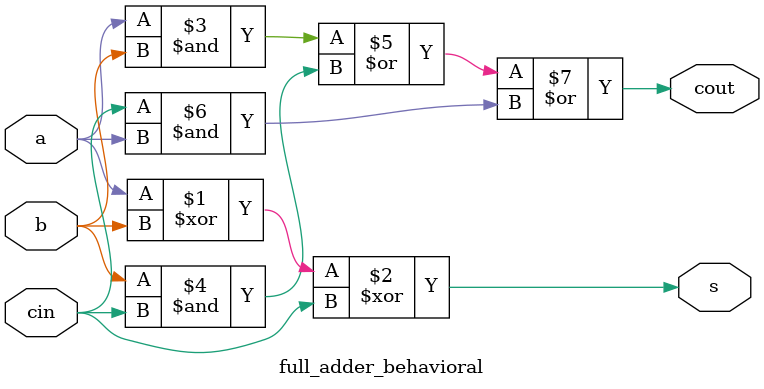
<source format=v>
`timescale 1ns / 1ps
module full_adder_behavioral(s, cout, cin, a, b
    );
input cin, a, b;
output s, cout;
assign s = a^b^cin;
assign cout = a&b | b&cin | cin&a;

endmodule

</source>
